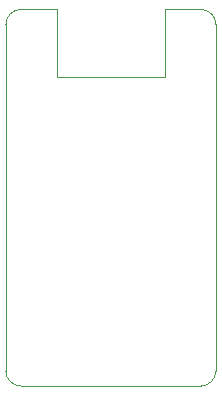
<source format=gm1>
G04 #@! TF.GenerationSoftware,KiCad,Pcbnew,8.0.0*
G04 #@! TF.CreationDate,2024-04-25T17:25:40+07:00*
G04 #@! TF.ProjectId,artemisia,61727465-6d69-4736-9961-2e6b69636164,2*
G04 #@! TF.SameCoordinates,Original*
G04 #@! TF.FileFunction,Profile,NP*
%FSLAX46Y46*%
G04 Gerber Fmt 4.6, Leading zero omitted, Abs format (unit mm)*
G04 Created by KiCad (PCBNEW 8.0.0) date 2024-04-25 17:25:40*
%MOMM*%
%LPD*%
G01*
G04 APERTURE LIST*
G04 #@! TA.AperFunction,Profile*
%ADD10C,0.100000*%
G04 #@! TD*
G04 APERTURE END LIST*
D10*
X0Y-1270000D02*
X0Y-30607000D01*
X16510000Y0D02*
G75*
G02*
X17780000Y-1270000I0J-1270000D01*
G01*
X13462000Y-5711600D02*
X4318000Y-5711600D01*
X1270000Y-31877000D02*
G75*
G02*
X0Y-30607000I-3J1269997D01*
G01*
X0Y-1270000D02*
G75*
G02*
X1270000Y0I1270000J0D01*
G01*
X17780000Y-1270000D02*
X17780000Y-30607000D01*
X4318000Y-5711600D02*
X4318000Y0D01*
X13462000Y0D02*
X16510000Y0D01*
X1270000Y0D02*
X4318000Y0D01*
X1270000Y-31877000D02*
X16510000Y-31877000D01*
X13462000Y0D02*
X13462000Y-5711600D01*
X17780000Y-30607000D02*
G75*
G02*
X16510000Y-31877000I-1270000J0D01*
G01*
M02*

</source>
